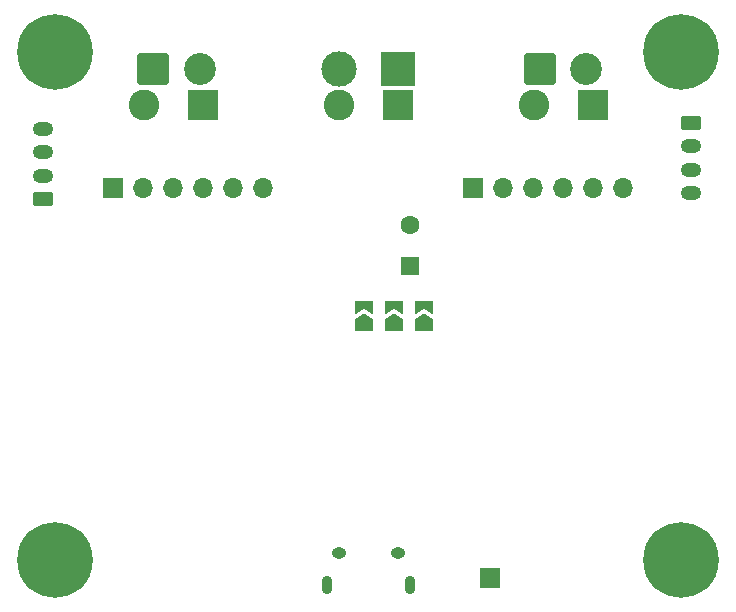
<source format=gbr>
%TF.GenerationSoftware,KiCad,Pcbnew,(6.0.1)*%
%TF.CreationDate,2022-02-12T08:58:57-05:00*%
%TF.ProjectId,motor-driver,6d6f746f-722d-4647-9269-7665722e6b69,rev?*%
%TF.SameCoordinates,Original*%
%TF.FileFunction,Soldermask,Bot*%
%TF.FilePolarity,Negative*%
%FSLAX46Y46*%
G04 Gerber Fmt 4.6, Leading zero omitted, Abs format (unit mm)*
G04 Created by KiCad (PCBNEW (6.0.1)) date 2022-02-12 08:58:57*
%MOMM*%
%LPD*%
G01*
G04 APERTURE LIST*
G04 Aperture macros list*
%AMRoundRect*
0 Rectangle with rounded corners*
0 $1 Rounding radius*
0 $2 $3 $4 $5 $6 $7 $8 $9 X,Y pos of 4 corners*
0 Add a 4 corners polygon primitive as box body*
4,1,4,$2,$3,$4,$5,$6,$7,$8,$9,$2,$3,0*
0 Add four circle primitives for the rounded corners*
1,1,$1+$1,$2,$3*
1,1,$1+$1,$4,$5*
1,1,$1+$1,$6,$7*
1,1,$1+$1,$8,$9*
0 Add four rect primitives between the rounded corners*
20,1,$1+$1,$2,$3,$4,$5,0*
20,1,$1+$1,$4,$5,$6,$7,0*
20,1,$1+$1,$6,$7,$8,$9,0*
20,1,$1+$1,$8,$9,$2,$3,0*%
%AMFreePoly0*
4,1,6,1.000000,0.000000,0.500000,-0.750000,-0.500000,-0.750000,-0.500000,0.750000,0.500000,0.750000,1.000000,0.000000,1.000000,0.000000,$1*%
%AMFreePoly1*
4,1,6,0.500000,-0.750000,-0.650000,-0.750000,-0.150000,0.000000,-0.650000,0.750000,0.500000,0.750000,0.500000,-0.750000,0.500000,-0.750000,$1*%
G04 Aperture macros list end*
%ADD10RoundRect,0.250000X-0.625000X0.350000X-0.625000X-0.350000X0.625000X-0.350000X0.625000X0.350000X0*%
%ADD11O,1.750000X1.200000*%
%ADD12C,0.800000*%
%ADD13C,6.400000*%
%ADD14R,3.000000X3.000000*%
%ADD15C,3.000000*%
%ADD16R,1.700000X1.700000*%
%ADD17O,1.700000X1.700000*%
%ADD18RoundRect,0.250001X-1.099999X-1.099999X1.099999X-1.099999X1.099999X1.099999X-1.099999X1.099999X0*%
%ADD19C,2.700000*%
%ADD20O,1.250000X0.950000*%
%ADD21O,0.890000X1.550000*%
%ADD22R,2.600000X2.600000*%
%ADD23C,2.600000*%
%ADD24R,1.600000X1.600000*%
%ADD25C,1.600000*%
%ADD26RoundRect,0.250000X0.625000X-0.350000X0.625000X0.350000X-0.625000X0.350000X-0.625000X-0.350000X0*%
%ADD27FreePoly0,90.000000*%
%ADD28FreePoly1,90.000000*%
G04 APERTURE END LIST*
D10*
%TO.C,J9*%
X177350000Y-94500000D03*
D11*
X177350000Y-96500000D03*
X177350000Y-98500000D03*
X177350000Y-100500000D03*
%TD*%
D12*
%TO.C,REF\u002A\u002A*%
X178197056Y-133197056D03*
X178197056Y-129802944D03*
X174100000Y-131500000D03*
D13*
X176500000Y-131500000D03*
X176500000Y-131500000D03*
D12*
X174802944Y-133197056D03*
X174802944Y-129802944D03*
X176500000Y-129100000D03*
X176500000Y-133900000D03*
X178900000Y-131500000D03*
%TD*%
D14*
%TO.C,J12*%
X152500000Y-90000000D03*
D15*
X147500000Y-90000000D03*
%TD*%
D13*
%TO.C,REF\u002A\u002A*%
X176500000Y-88500000D03*
D12*
X174100000Y-88500000D03*
X176500000Y-86100000D03*
X178197056Y-90197056D03*
D13*
X176500000Y-88500000D03*
D12*
X178900000Y-88500000D03*
X178197056Y-86802944D03*
X174802944Y-90197056D03*
X174802944Y-86802944D03*
X176500000Y-90900000D03*
%TD*%
D16*
%TO.C,J4*%
X128410000Y-100000000D03*
D17*
X130950000Y-100000000D03*
X133490000Y-100000000D03*
X136030000Y-100000000D03*
X138570000Y-100000000D03*
X141110000Y-100000000D03*
%TD*%
D16*
%TO.C,J5*%
X158890000Y-100000000D03*
D17*
X161430000Y-100000000D03*
X163970000Y-100000000D03*
X166510000Y-100000000D03*
X169050000Y-100000000D03*
X171590000Y-100000000D03*
%TD*%
D18*
%TO.C,J11*%
X164500000Y-90000000D03*
D19*
X168460000Y-90000000D03*
%TD*%
D20*
%TO.C,J14*%
X147500000Y-130933000D03*
X152500000Y-130933000D03*
D21*
X153500000Y-133633000D03*
X146500000Y-133633000D03*
%TD*%
D13*
%TO.C,REF\u002A\u002A*%
X123500000Y-131500000D03*
D12*
X121802944Y-133197056D03*
X121802944Y-129802944D03*
X123500000Y-133900000D03*
X125900000Y-131500000D03*
X121100000Y-131500000D03*
X125197056Y-129802944D03*
X123500000Y-129100000D03*
X125197056Y-133197056D03*
D13*
X123500000Y-131500000D03*
%TD*%
D22*
%TO.C,J3*%
X152500000Y-93000000D03*
D23*
X147500000Y-93000000D03*
%TD*%
D16*
%TO.C,J13*%
X160287000Y-133095000D03*
%TD*%
D22*
%TO.C,J2*%
X169000000Y-93000000D03*
D23*
X164000000Y-93000000D03*
%TD*%
D18*
%TO.C,J10*%
X131750000Y-90000000D03*
D19*
X135710000Y-90000000D03*
%TD*%
D12*
%TO.C,REF\u002A\u002A*%
X125197056Y-86802944D03*
D13*
X123500000Y-88500000D03*
D12*
X123500000Y-90900000D03*
X121100000Y-88500000D03*
X125900000Y-88500000D03*
X123500000Y-86100000D03*
X121802944Y-86802944D03*
X121802944Y-90197056D03*
X125197056Y-90197056D03*
D13*
X123500000Y-88500000D03*
%TD*%
D22*
%TO.C,J1*%
X136000000Y-93000008D03*
D23*
X131000000Y-93000008D03*
%TD*%
D24*
%TO.C,C1*%
X153556000Y-106680651D03*
D25*
X153556000Y-103180651D03*
%TD*%
D26*
%TO.C,J8*%
X122450000Y-101000000D03*
D11*
X122450000Y-99000000D03*
X122450000Y-97000000D03*
X122450000Y-95000000D03*
%TD*%
D27*
%TO.C,JP3*%
X154699000Y-111595000D03*
D28*
X154699000Y-110145000D03*
%TD*%
D27*
%TO.C,JP1*%
X149619000Y-111595000D03*
D28*
X149619000Y-110145000D03*
%TD*%
D27*
%TO.C,JP2*%
X152159000Y-111595000D03*
D28*
X152159000Y-110145000D03*
%TD*%
M02*

</source>
